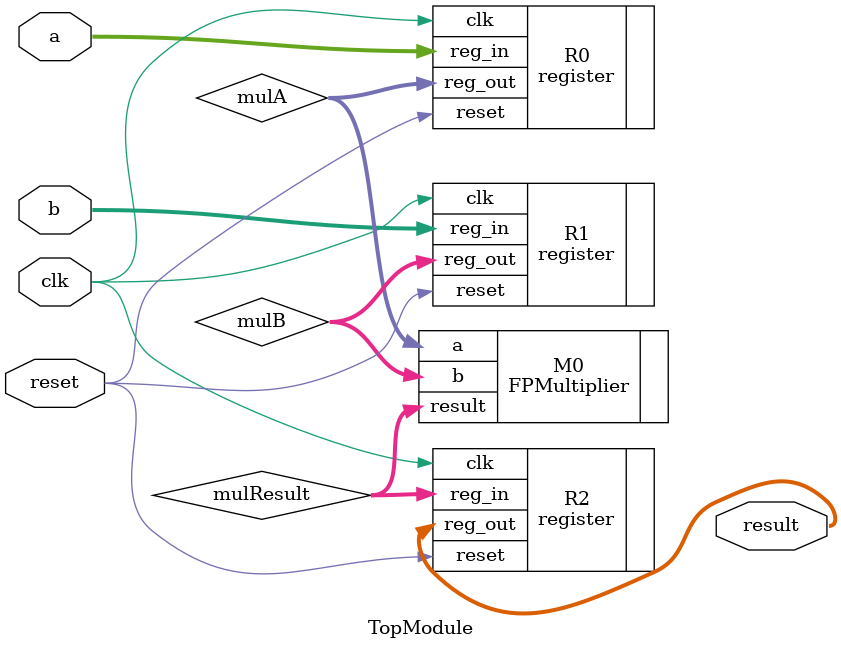
<source format=v>
module TopModule (
    input wire clk,
    input wire [31:0] a,
    input wire [31:0] b,
    input  wire reset ,
    output wire [31:0] result
);
wire [31:0] mulA;
wire [31:0] mulB;
wire [31:0] mulResult;

register #(.N(32)) R0(.clk(clk),.reset(reset),.reg_in(a),.reg_out(mulA));
register #(.N(32)) R1(.clk(clk),.reset(reset),.reg_in(b),.reg_out(mulB));


FPMultiplier M0(.a(mulA),.b(mulB),.result(mulResult));

register #(.N(32)) R2(.clk(clk),.reset(reset),.reg_in(mulResult),.reg_out(result));
    
endmodule

// floating point multiplier top module
</source>
